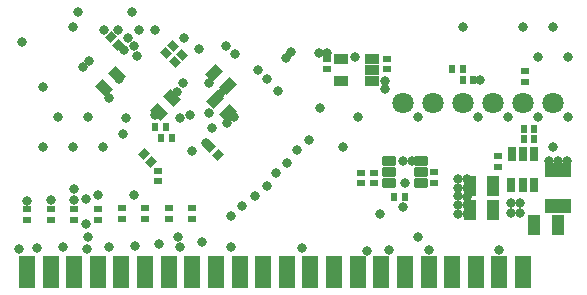
<source format=gbs>
G04*
G04 #@! TF.GenerationSoftware,Altium Limited,Altium Designer,22.5.1 (42)*
G04*
G04 Layer_Color=16711935*
%FSLAX25Y25*%
%MOIN*%
G70*
G04*
G04 #@! TF.SameCoordinates,7192FBDB-E104-44C5-AB31-B02996B251F2*
G04*
G04*
G04 #@! TF.FilePolarity,Negative*
G04*
G01*
G75*
G04:AMPARAMS|DCode=14|XSize=31.62mil|YSize=23.75mil|CornerRadius=0mil|HoleSize=0mil|Usage=FLASHONLY|Rotation=45.000|XOffset=0mil|YOffset=0mil|HoleType=Round|Shape=Rectangle|*
%AMROTATEDRECTD14*
4,1,4,-0.00278,-0.01958,-0.01958,-0.00278,0.00278,0.01958,0.01958,0.00278,-0.00278,-0.01958,0.0*
%
%ADD14ROTATEDRECTD14*%

%ADD16R,0.02375X0.03162*%
G04:AMPARAMS|DCode=18|XSize=31.62mil|YSize=23.75mil|CornerRadius=0mil|HoleSize=0mil|Usage=FLASHONLY|Rotation=315.000|XOffset=0mil|YOffset=0mil|HoleType=Round|Shape=Rectangle|*
%AMROTATEDRECTD18*
4,1,4,-0.01958,0.00278,-0.00278,0.01958,0.01958,-0.00278,0.00278,-0.01958,-0.01958,0.00278,0.0*
%
%ADD18ROTATEDRECTD18*%

G04:AMPARAMS|DCode=19|XSize=47.37mil|YSize=35.56mil|CornerRadius=0mil|HoleSize=0mil|Usage=FLASHONLY|Rotation=45.000|XOffset=0mil|YOffset=0mil|HoleType=Round|Shape=Rectangle|*
%AMROTATEDRECTD19*
4,1,4,-0.00418,-0.02932,-0.02932,-0.00418,0.00418,0.02932,0.02932,0.00418,-0.00418,-0.02932,0.0*
%
%ADD19ROTATEDRECTD19*%

%ADD21R,0.03162X0.02375*%
%ADD22R,0.05524X0.10642*%
%ADD27C,0.07099*%
%ADD28C,0.03162*%
G04:AMPARAMS|DCode=55|XSize=31.62mil|YSize=47.37mil|CornerRadius=6.01mil|HoleSize=0mil|Usage=FLASHONLY|Rotation=270.000|XOffset=0mil|YOffset=0mil|HoleType=Round|Shape=RoundedRectangle|*
%AMROUNDEDRECTD55*
21,1,0.03162,0.03535,0,0,270.0*
21,1,0.01961,0.04737,0,0,270.0*
1,1,0.01202,-0.01768,-0.00980*
1,1,0.01202,-0.01768,0.00980*
1,1,0.01202,0.01768,0.00980*
1,1,0.01202,0.01768,-0.00980*
%
%ADD55ROUNDEDRECTD55*%
%ADD56R,0.05131X0.03556*%
G04:AMPARAMS|DCode=57|XSize=47.37mil|YSize=35.56mil|CornerRadius=0mil|HoleSize=0mil|Usage=FLASHONLY|Rotation=135.000|XOffset=0mil|YOffset=0mil|HoleType=Round|Shape=Rectangle|*
%AMROTATEDRECTD57*
4,1,4,0.02932,-0.00418,0.00418,-0.02932,-0.02932,0.00418,-0.00418,0.02932,0.02932,-0.00418,0.0*
%
%ADD57ROTATEDRECTD57*%

%ADD58R,0.03950X0.06706*%
%ADD59R,0.08674X0.04737*%
%ADD60R,0.03162X0.05131*%
D14*
X306004Y235138D02*
D03*
X303499Y237643D02*
D03*
X325617Y240032D02*
D03*
X328123Y237527D02*
D03*
X295062Y274230D02*
D03*
X292556Y276735D02*
D03*
D16*
X309252Y243012D02*
D03*
X312795Y243012D02*
D03*
X307382Y246850D02*
D03*
X310925D02*
D03*
X390412Y223282D02*
D03*
X386869D02*
D03*
X409862Y266043D02*
D03*
X406319D02*
D03*
X413307Y262402D02*
D03*
X409764Y262402D02*
D03*
X433661Y242618D02*
D03*
X430118D02*
D03*
X430118Y246161D02*
D03*
X433661Y246161D02*
D03*
D18*
X313895Y268324D02*
D03*
X316400Y270830D02*
D03*
X313369Y273900D02*
D03*
X310863Y271395D02*
D03*
D19*
X327104Y255869D02*
D03*
X331558Y251415D02*
D03*
X327005Y264924D02*
D03*
X331459Y260470D02*
D03*
D21*
X308268Y232185D02*
D03*
Y228642D02*
D03*
X400353Y228104D02*
D03*
X400353Y231648D02*
D03*
X380176Y228006D02*
D03*
Y231549D02*
D03*
X375845Y228006D02*
D03*
Y231549D02*
D03*
X430610Y261811D02*
D03*
Y265354D02*
D03*
X384449Y265945D02*
D03*
Y269488D02*
D03*
X364567Y266043D02*
D03*
Y269587D02*
D03*
X319680Y219783D02*
D03*
Y216240D02*
D03*
X311811Y219783D02*
D03*
Y216240D02*
D03*
X303937D02*
D03*
Y219783D02*
D03*
X296161Y216240D02*
D03*
Y219783D02*
D03*
X288228Y215846D02*
D03*
Y219390D02*
D03*
X280246Y215846D02*
D03*
Y219390D02*
D03*
X272462Y215846D02*
D03*
Y219390D02*
D03*
X264628Y215846D02*
D03*
Y219390D02*
D03*
X421457Y233465D02*
D03*
Y237008D02*
D03*
D22*
X429921Y198425D02*
D03*
X422047D02*
D03*
X414173D02*
D03*
X406299D02*
D03*
X398425D02*
D03*
X390551D02*
D03*
X382677D02*
D03*
X374803D02*
D03*
X366929D02*
D03*
X359055D02*
D03*
X351181D02*
D03*
X343307D02*
D03*
X335433D02*
D03*
X327559D02*
D03*
X319685D02*
D03*
X311811D02*
D03*
X303937D02*
D03*
X296063D02*
D03*
X288189D02*
D03*
X280315D02*
D03*
X272441D02*
D03*
X264567D02*
D03*
D27*
X389961Y254626D02*
D03*
X399961D02*
D03*
X409961D02*
D03*
X419961D02*
D03*
X429961D02*
D03*
X439961D02*
D03*
D28*
X280217Y226083D02*
D03*
X440000Y280000D02*
D03*
X445000Y270000D02*
D03*
Y250000D02*
D03*
X440000Y240000D02*
D03*
X430000Y280000D02*
D03*
X435000Y270000D02*
D03*
Y250000D02*
D03*
X425000D02*
D03*
X410000Y280000D02*
D03*
X415000Y250000D02*
D03*
X395000D02*
D03*
X390000Y220000D02*
D03*
X395000Y210000D02*
D03*
X375000Y250000D02*
D03*
X370000Y240000D02*
D03*
X315000Y210000D02*
D03*
X290000Y240000D02*
D03*
X280000Y280000D02*
D03*
X285000Y250000D02*
D03*
X280000Y240000D02*
D03*
X285000Y210000D02*
D03*
X270000Y260000D02*
D03*
X275000Y250000D02*
D03*
X270000Y240000D02*
D03*
X291831Y256299D02*
D03*
X296654Y244488D02*
D03*
X315453Y249606D02*
D03*
X318898Y250787D02*
D03*
X307185Y278937D02*
D03*
X316929Y276476D02*
D03*
X377854Y205512D02*
D03*
X261811Y206102D02*
D03*
X267747Y206568D02*
D03*
X276605Y206666D02*
D03*
X300523Y206961D02*
D03*
X291861Y206863D02*
D03*
X322736Y208366D02*
D03*
X308563Y207677D02*
D03*
X284449Y206004D02*
D03*
X332579Y206594D02*
D03*
X314665Y258465D02*
D03*
X364469Y271358D02*
D03*
X374016Y270177D02*
D03*
X421949Y198622D02*
D03*
X422047Y201476D02*
D03*
Y205906D02*
D03*
X398524Y205709D02*
D03*
X385335Y205906D02*
D03*
X295374Y262697D02*
D03*
X285335Y268898D02*
D03*
X352658Y271654D02*
D03*
X299606Y285236D02*
D03*
X281496Y285138D02*
D03*
X315650Y206594D02*
D03*
X356398Y206398D02*
D03*
X390465Y228006D02*
D03*
X340464Y223633D02*
D03*
X344488Y226969D02*
D03*
X336301Y220553D02*
D03*
X351216Y234877D02*
D03*
X347701Y231363D02*
D03*
X358563Y242520D02*
D03*
X354724Y238976D02*
D03*
X332579Y217126D02*
D03*
X326181Y246555D02*
D03*
X406299Y201378D02*
D03*
Y198524D02*
D03*
X393012Y235433D02*
D03*
X283169Y266634D02*
D03*
X389961Y235335D02*
D03*
X328839Y257874D02*
D03*
X325197Y261319D02*
D03*
X325295Y251575D02*
D03*
X316535Y261417D02*
D03*
X262960Y275155D02*
D03*
X294783Y279134D02*
D03*
X297638Y249902D02*
D03*
X331102Y248031D02*
D03*
X333465Y250098D02*
D03*
X300098Y224016D02*
D03*
X362205Y253150D02*
D03*
X361811Y271358D02*
D03*
X290256Y278937D02*
D03*
X350984Y269882D02*
D03*
X383858Y259350D02*
D03*
X383760Y262008D02*
D03*
X415551Y262402D02*
D03*
X382283Y217913D02*
D03*
X414173Y198425D02*
D03*
Y201279D02*
D03*
X441634Y235335D02*
D03*
X438681D02*
D03*
X444587D02*
D03*
X419882Y217421D02*
D03*
Y220571D02*
D03*
Y225787D02*
D03*
X419980Y228642D02*
D03*
X428839Y218012D02*
D03*
Y221358D02*
D03*
X425984D02*
D03*
Y218110D02*
D03*
X411122Y229331D02*
D03*
Y217717D02*
D03*
Y220620D02*
D03*
Y223524D02*
D03*
Y226427D02*
D03*
X408071Y226526D02*
D03*
Y223622D02*
D03*
Y220719D02*
D03*
Y217815D02*
D03*
Y229429D02*
D03*
X344677Y262608D02*
D03*
X324228Y241449D02*
D03*
X319685Y238878D02*
D03*
X348327Y258760D02*
D03*
X341634Y265650D02*
D03*
X333760Y271161D02*
D03*
X330906Y273917D02*
D03*
X321850Y272736D02*
D03*
X296752Y272342D02*
D03*
X307382Y250787D02*
D03*
X301969Y279134D02*
D03*
X298228Y276575D02*
D03*
X300098Y273721D02*
D03*
X301258Y270451D02*
D03*
X284350Y222638D02*
D03*
X288386Y224241D02*
D03*
X284350Y214272D02*
D03*
X264567Y222244D02*
D03*
X280217Y222342D02*
D03*
X272539D02*
D03*
D55*
X385105Y228006D02*
D03*
X385105Y231746D02*
D03*
Y235486D02*
D03*
X395932Y235486D02*
D03*
Y231746D02*
D03*
Y228006D02*
D03*
D56*
X379528Y265740D02*
D03*
Y269480D02*
D03*
Y262000D02*
D03*
X369291D02*
D03*
Y269480D02*
D03*
D57*
X308403Y251907D02*
D03*
X312857Y256361D02*
D03*
X290096Y259682D02*
D03*
X294550Y264137D02*
D03*
D58*
X419980Y227067D02*
D03*
X412106D02*
D03*
X419980Y218996D02*
D03*
X412106D02*
D03*
X433563Y213976D02*
D03*
X441437D02*
D03*
D59*
X441437Y220571D02*
D03*
Y232382D02*
D03*
D60*
X426047Y227524D02*
D03*
X429787D02*
D03*
X433528D02*
D03*
X433626Y237760D02*
D03*
X429886D02*
D03*
X426146Y237760D02*
D03*
M02*

</source>
